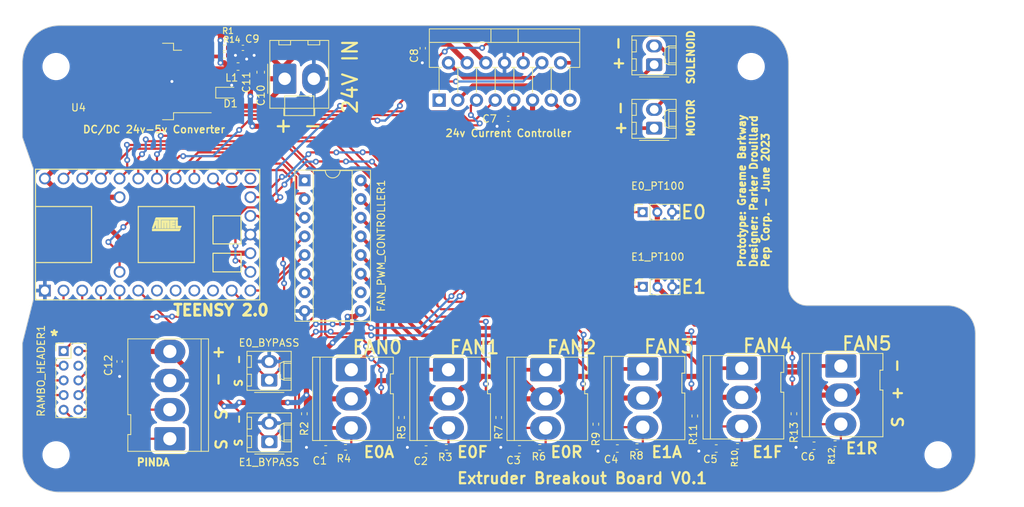
<source format=kicad_pcb>
(kicad_pcb (version 20221018) (generator pcbnew)
  (layers (0 "F.Cu" signal) (31 "B.Cu" power) (34 "B.Paste" user) (35 "F.Paste" user) (36 "B.SilkS" user "B.Silkscreen") (37 "F.SilkS" user "F.Silkscreen") (38 "B.Mask" user) (39 "F.Mask" user) (44 "Edge.Cuts" user))
  (net 0 "")
  (net 1 "GND")
  (net 2 "Net-(C1-Pad2)")
  (net 3 "Net-(C2-Pad2)")
  (net 4 "Net-(C3-Pad2)")
  (net 5 "Net-(C4-Pad2)")
  (net 6 "Net-(C5-Pad2)")
  (net 7 "Net-(C6-Pad2)")
  (net 8 "+5V")
  (net 9 "+24V")
  (net 10 "Net-(C9-Pad2)")
  (net 11 "Net-(D1-K)")
  (net 12 "/THERM0")
  (net 13 "/THERM1")
  (net 14 "FAN_0_PWM")
  (net 15 "FAN_1_PWM")
  (net 16 "FAN_2_PWM")
  (net 17 "FAN_3_PWM")
  (net 18 "FAN_4_PWM")
  (net 19 "FAN_5_PWM")
  (net 22 "FAN_5")
  (net 23 "FAN_4")
  (net 24 "FAN_3")
  (net 25 "FAN_2")
  (net 26 "FAN_1")
  (net 27 "FAN_0")
  (net 28 "TACH_0")
  (net 29 "TACH_1")
  (net 30 "TACH_2")
  (net 31 "TACH_3")
  (net 32 "TACH_4")
  (net 33 "TACH_5")
  (net 34 "/Solenoid+")
  (net 35 "/Solenoid-")
  (net 36 "/Tmotor+")
  (net 37 "/Tmotor-")
  (net 38 "/THERM3")
  (net 39 "/Z_MIN")
  (net 40 "Net-(U4-~{ON}{slash}OFF)")
  (net 41 "SS")
  (net 42 "SCK")
  (net 43 "MOSI")
  (net 44 "MISO")
  (net 45 "RST")
  (net 50 "Motor_Forward_Enable")
  (net 52 "Solenoid_Retract")
  (net 53 "Solenoid_Extend")
  (net 54 "Motor_Reverse_Enable")
  (footprint "MountingHole:MountingHole_3.2mm_M3" (layer "F.Cu") (at 177.8 101.6)
    (fp_text reference "H2" hide)
    (fp_text value "MountingHole")
  )
  (footprint "Resistor_SMD:R_0402_1005Metric" (layer "F.Cu") (at 158.213 96.012 -90)
    (fp_text reference "R13")
    (fp_text value "100")
  )
  (footprint "MountingHole:MountingHole_3.2mm_M3" (layer "F.Cu") (at 57.912 48.768)
    (fp_text reference "H4" hide)
    (fp_text value "MountingHole")
  )
  (footprint "Connector_Molex:Molex_KK-396_5273-03A_1x03_P3.96mm_Vertical" (layer "F.Cu") (at 164.592 89.512 -90)
    (fp_text reference "J6" hide)
    (fp_text value "FAN_5_CONNECTOR")
  )
  (footprint "Capacitor_SMD:C_0402_1005Metric_Pad0.74x0.62mm_HandSolder" (layer "F.Cu") (at 66.548 88.9 -90)
    (fp_text reference "C12")
    (fp_text value "100nF")
  )
  (footprint "Connector_Molex:Molex_KK-396_A-41791-0002_1x02_P3.96mm_Vertical" (layer "F.Cu") (at 88.990596 50.433135)
    (fp_text reference "J7" hide)
    (fp_text value "Conn_01x02_Pin")
  )
  (footprint "Resistor_SMD:R_0402_1005Metric" (layer "F.Cu") (at 131.289 97.434 -90)
    (fp_text reference "R9")
    (fp_text value "100")
  )
  (footprint "Connector_PinSocket_2.00mm:PinSocket_1x03_P2.00mm_Vertical" (layer "F.Cu") (at 137.668 78.74 90)
    (fp_text reference "E1_PT100")
    (fp_text value "Conn_01x03_Socket")
  )
  (footprint "Connector_Molex:Molex_KK-254_AE-6410-02A_1x02_P2.54mm_Vertical" (layer "F.Cu") (at 139.212 48.514 90)
    (fp_text reference "J8" hide)
    (fp_text value "Conn_01x02_Socket")
  )
  (footprint "Connector_PinSocket_2.00mm:PinSocket_1x03_P2.00mm_Vertical" (layer "F.Cu") (at 137.643173 68.58 90)
    (fp_text reference "E0_PT100")
    (fp_text value "Conn_01x03_Socket")
  )
  (footprint "Connector_Molex:Molex_KK-396_5273-04A_1x04_P3.96mm_Vertical" (layer "F.Cu") (at 73.377 99.412 90)
    (fp_text reference "PINDA")
    (fp_text value "Conn_01x04_Pin")
  )
  (footprint "Resistor_SMD:R_0402_1005Metric" (layer "F.Cu") (at 136.877 100.48)
    (fp_text reference "R8")
    (fp_text value "330")
  )
  (footprint "Package_TO_SOT_THT:TO-220-15_P2.54x2.54mm_StaggerOdd_Lead4.58mm_Vertical" (layer "F.Cu") (at 109.982 53.34)
    (fp_text reference "U2" hide)
    (fp_text value "L298N")
  )
  (footprint "Resistor_SMD:R_0402_1005Metric" (layer "F.Cu") (at 163.801 100.076)
    (fp_text reference "R12")
    (fp_text value "330")
  )
  (footprint "Resistor_SMD:R_0402_1005Metric" (layer "F.Cu") (at 118.081 96.522 -90)
    (fp_text reference "R7")
    (fp_text value "100")
  )
  (footprint "Resistor_SMD:R_0402_1005Metric" (layer "F.Cu") (at 104.873 96.518 -90)
    (fp_text reference "R5")
    (fp_text value "100")
  )
  (footprint "teensy.pretty-master:Teensy2.0" (layer "F.Cu") (at 70.358 71.628)
    (fp_text reference "U1" hide)
    (fp_text value "Teensy2.0_(Arduino)")
  )
  (footprint "Capacitor_SMD:C_0603_1608Metric_Pad1.08x0.95mm_HandSolder" (layer "F.Cu") (at 108.209152 100.882107)
    (fp_text reference "C2")
    (fp_text value "10mf")
  )
  (footprint "Connector_PinHeader_2.00mm:PinHeader_2x05_P2.00mm_Vertical" (layer "F.Cu") (at 58.944 87.472)
    (fp_text reference "RAMBO_HEADER1")
    (fp_text value "Conn_02x05_Top_Bottom")
  )
  (footprint "Capacitor_SMD:C_0402_1005Metric_Pad0.74x0.62mm_HandSolder" (layer "F.Cu") (at 83.312 46.228 180)
    (fp_text reference "C9")
    (fp_text value "0.1µF")
  )
  (footprint "Resistor_SMD:R_0402_1005Metric" (layer "F.Cu") (at 97.253 100.584)
    (fp_text reference "R4")
    (fp_text value "330")
  )
  (footprint "Capacitor_SMD:C_0603_1608Metric_Pad1.08x0.95mm_HandSolder" (layer "F.Cu") (at 134.209379 100.742575)
    (fp_text reference "C4")
    (fp_text value "10mf")
  )
  (footprint "Package_DIP:DIP-16_W7.62mm_Socket" (layer "F.Cu") (at 91.704 64.252)
    (fp_text reference "FAN_PWM_CONTROLLER1")
    (fp_text value "ULN2003A")
  )
  (footprint "Resistor_SMD:R_0402_1005Metric" (layer "F.Cu") (at 150.548969 100.443507)
    (fp_text reference "R10")
    (fp_text value "330")
  )
  (footprint "Capacitor_SMD:C_0603_1608Metric_Pad1.08x0.95mm_HandSolder" (layer "F.Cu") (at 160.94443 100.363173)
    (fp_text reference "C6")
    (fp_text value "10mf")
  )
  (footprint "Connector_Molex:Molex_KK-396_5273-03A_1x03_P3.96mm_Vertical" (layer "F.Cu") (at 151.11706 89.813326 -90)
    (fp_text reference "J5" hide)
    (fp_text value "FAN_4_CONNECTOR")
  )
  (footprint "Connector_Molex:Molex_KK-254_AE-6410-02A_1x02_P2.54mm_Vertical" (layer "F.Cu") (at 86.908 99.822 90)
    (fp_text reference "E1_BYPASS")
    (fp_text value "Conn_01x02_Pin")
  )
  (footprint "Diode_SMD:D_0603_1608Metric_Pad1.05x0.95mm_HandSolder" (layer "F.Cu") (at 81.28 52.324)
    (fp_text reference "D1")
    (fp_text value "SK1")
  )
  (footprint "Resistor_SMD:R_0402_1005Metric" (layer "F.Cu") (at 80.774 47.244 180)
    (fp_text reference "R14")
    (fp_text value "47k")
  )
  (footprint "Connector_Molex:Molex_KK-254_AE-6410-02A_1x02_P2.54mm_Vertical" (layer "F.Cu") (at 86.888 91.44 90)
    (fp_text reference "E0_BYPASS")
    (fp_text value "Conn_01x02_Pin")
  )
  (footprint "Package_TO_SOT_SMD:TO-263-5_TabPin3" (layer "F.Cu") (at 69.058 50.8 180)
    (fp_text reference "U4")
    (fp_text value "LM2596S-5")
  )
  (footprint "Capacitor_SMD:C_0603_1608Metric_Pad1.08x0.95mm_HandSolder" (layer "F.Cu") (at 94.565634 100.863783)
    (fp_text reference "C1")
    (fp_text value "10mf")
  )
  (footprint "Capacitor_SMD:C_0603_1608Metric_Pad1.08x0.95mm_HandSolder" (layer "F.Cu") (at 147.653447 100.741697)
    (fp_text reference "C5")
    (fp_text value "10mf")
  )
  (footprint "Resistor_SMD:R_0402_1005Metric" (layer "F.Cu") (at 123.667 100.584)
    (fp_text reference "R6")
    (fp_text value "330")
  )
  (footprint "Connector_Molex:Molex_KK-396_5273-03A_1x03_P3.96mm_Vertical" (layer "F.Cu") (at 98.044 90.02 -90)
    (fp_text reference "J1" hide)
    (fp_text value "FAN_0_CONNECTOR")
  )
  (footprint "Inductor_SMD:L_0402_1005Metric" (layer "F.Cu") (at 80.264 50.292 90)
    (fp_text reference "L1")
    (fp_text value "47µH")
  )
  (footprint "Resistor_SMD:R_0402_1005Metric" (layer "F.Cu") (at 80.772 46.228 180)
    (fp_text reference "R1")
    (fp_text value "47k")
  )
  (footprint "Connector_Molex:Molex_KK-396_5273-03A_1x03_P3.96mm_Vertical" (layer "F.Cu") (at 111.252 90.02 -90)
    (fp_text reference "J2" hide)
    (fp_text value "FAN_1_CONNECTOR")
  )
  (footprint "MountingHole:MountingHole_3.2mm_M3" (layer "F.Cu") (at 57.912 101.6)
    (fp_text reference "H1" hide)
    (fp_text value "MountingHole")
  )
  (footprint "Resistor_SMD:R_0402_1005Metric" (layer "F.Cu") (at 91.665 96.012 -90)
    (fp_text reference "R2")
    (fp_text value "100")
  )
  (footprint "Capacitor_SMD:C_0402_1005Metric_Pad0.74x0.62mm_HandSolder" (layer "F.Cu") (at 107.754723 46.27815 90)
    (fp_text reference "C8")
    (fp_text value "100nF")
  )
  (footprint "MountingHole:MountingHole_3.2mm_M3" (layer "F.Cu") (at 152.4 48.768)
    (fp_text reference "H3" hide)
    (fp_text value "MountingHole")
  )
  (footprint "Capacitor_SMD:C_0603_1608Metric_Pad1.08x0.95mm_HandSolder" (layer "F.Cu") (at 82.6505 48.768)
    (fp_text reference "C11")
    (fp_text value "330µF")
  )
  (footprint "Capacitor_SMD:C_0603_1608Metric_Pad1.08x0.95mm_HandSolder" (layer "F.Cu") (at 85.728248 49.537824 -90)
    (fp_text reference "C10")
    (fp_text value "680µF")
  )
  (footprint "Capacitor_SMD:C_0402_1005Metric_Pad0.74x0.62mm_HandSolder" (layer "F.Cu") (at 119.38 55.88)
    (fp_text reference "C7")
    (fp_text value "100nF")
  )
  (footprint "Resistor_SMD:R_0402_1005Metric" (layer "F.Cu") (at 144.73806 96.313326 -90)
    (fp_text reference "R11")
    (fp_text value "100")
  )
  (footprint "Connector_Molex:Molex_KK-396_5273-03A_1x03_P3.96mm_Vertical" (layer "F.Cu") (at 137.668 89.916 -90)
    (fp_text reference "J4" hide)
    (fp_text value "FAN_3_CONNECTOR")
  )
  (footprint "Capacitor_SMD:C_0603_1608Metric_Pad1.08x0.95mm_HandSolder" (layer "F.Cu") (at 120.907952 100.870952)
    (fp_text reference "C3")
    (fp_text value "10mf")
  )
  (footprint "Resistor_SMD:R_0402_1005Metric" (layer "F.Cu") (at 110.971 100.584)
    (fp_text reference "R3")
    (fp_text value "330")
  )
  (footprint "Connector_Molex:Molex_KK-254_AE-6410-02A_1x02_P2.54mm_Vertical" (layer "F.Cu") (at 139.212 57.15 90)
    (fp_text reference "J9" hide)
    (fp_text value "Conn_01x02_Socket")
  )
  (footprint "Connector_Molex:Molex_KK-396_5273-03A_1x03_P3.96mm_Vertical" (layer "F.Cu") (at 124.46 90.02 -90)
    (fp_text reference "J3" hide)
    (fp_text value "FAN_2_CONNECTOR")
  )
  (gr_line (start 182.88 101.6) (end 182.88 86.36) (stroke (width 0.1)) (layer "Edge.Cuts"))
  (gr_arc (start 152.4 43.18) (mid 155.992102 44.667898) (end 157.48 48.26) (stroke (width 0.1)) (layer "Edge.Cuts"))
  (gr_arc (start 160.02 81.28) (mid 158.223949 80.536051) (end 157.48 78.74) (stroke (width 0.1)) (layer "Edge.Cuts"))
  (gr_line (start 182.88 86.36) (end 182.88 85.09) (stroke (width 0.1)) (layer "Edge.Cuts"))
  (gr_line (start 53.34 48.26) (end 53.34 58.42) (stroke (width 0.1)) (layer "Edge.Cuts"))
  (gr_line (start 152.4 43.18) (end 58.42 43.18) (stroke (width 0.1)) (layer "Edge.Cuts"))
  (gr_line (start 58.42 106.68) (end 177.8 106.68) (stroke (width 0.1)) (layer "Edge.Cuts"))
  (gr_line (start 54.819238 62.665728) (end 53.34 58.42) (stroke (width 0.1)) (layer "Edge.Cuts"))
  (gr_line (start 157.48 78.74) (end 157.48 48.26) (stroke (width 0.1)) (layer "Edge.Cuts"))
  (gr_arc (start 182.88 101.6) (mid 181.392102 105.192102) (end 177.8 106.68) (stroke (width 0.1)) (layer "Edge.Cuts"))
  (gr_arc (start 53.34 48.26) (mid 54.827898 44.667898) (end 58.42 43.18) (stroke (width 0.1)) (layer "Edge.Cuts"))
  (gr_line (start 53.34 86.36) (end 54.819238 80.471372) (stroke (width 0.1)) (layer "Edge.Cuts"))
  (gr_arc (start 179.07 81.28) (mid 181.764077 82.395923) (end 182.88 85.09) (stroke (width 0.1)) (layer "Edge.Cuts"))
  (gr_line (start 179.07 81.28) (end 177.8 81.28) (stroke (width 0.1)) (layer "Edge.Cuts"))
  (gr_line (start 177.8 81.28) (end 160.02 81.28) (stroke (width 0.1)) (layer "Edge.Cuts"))
  (gr_arc (start 58.42 106.68) (mid 54.827898 105.192102) (end 53.34 101.6) (stroke (width 0.1)) (layer "Edge.Cuts"))
  (gr_line (start 54.819238 80.471372) (end 54.819238 62.665728) (stroke (width 0.1)) (layer "Edge.Cuts"))
  (gr_line (start 53.34 101.6) (end 53.34 86.36) (stroke (width 0.1)) (layer "Edge.Cuts"))
  (gr_text "24V IN" (at 99.06 55.372 90) (layer "F.SilkS") (effects (font (size 2 2) (thickness 0.3) bold) (justify left bottom)))
  (gr_text "E0A" (at 99.568 102.108) (layer "F.SilkS") (effects (font (size 1.5 1.5) (thickness 0.3) bold) (justify left bottom)))
  (gr_text "*" (at 56.896 86.36) (layer "F.SilkS") (effects (font (size 1.5 1.5) (thickness 0.3) bold) (justify left bottom)))
  (gr_text "+ -" (at 87.376 57.912) (layer "F.SilkS") (effects (font (size 2 2) (thickness 0.3) bold) (justify left bottom)))
  (gr_text "S" (at 83.312 92.456 90) (layer "F.SilkS") (effects (font (size 1 1) (thickness 0.25) bold) (justify left bottom)))
  (gr_text "-" (at 135.128 46.736 90) (layer "F.SilkS") (effects (font (size 1.5 1.5) (thickness 0.3) bold) (justify left bottom)))
  (gr_text "-" (at 135.43395 55.537499 90) (layer "F.SilkS") (effects (font (size 1.5 1.5) (thickness 0.3) bold) (justify left bottom)))
  (gr_text "FAN5" (at 164.592 87.512) (layer "F.SilkS") (effects (font (size 1.8 1.8) (thickness 0.3) bold) (justify left bottom)))
  (gr_text "-" (at 83.312 89.408 90) (layer "F.SilkS") (effects (font (size 1 1) (thickness 0.25) bold) (justify left bottom)))
  (gr_text "+" (at 133.29805 49.110501) (layer "F.SilkS") (effects (font (size 1.5 1.5) (thickness 0.3) bold) (justify left bottom)))
  (gr_text "+" (at 78.893286 88.414497) (layer "F.SilkS") (effects (font (size 1.5 1.5) (thickness 0.3) bold) (justify left bottom)))
  (gr_text "MOTOR" (at 144.78 58.42 90) (layer "F.SilkS") (effects (font (size 1 1) (thickness 0.25) bold) (justify left bottom)))
  (gr_text "-" (at 83.312 97.536 90) (layer "F.SilkS") (effects (font (size 1 1) (thickness 0.25) bold) (justify left bottom)))
  (gr_text "FAN2" (at 124.46 88.02) (layer "F.SilkS") (effects (font (size 1.8 1.8) (thickness 0.3) bold) (justify left bottom)))
  (gr_text "E1" (at 142.728 79.8) (layer "F.SilkS") (effects (font (size 1.8 1.8) (thickness 0.3) bold) (justify left bottom)))
  (gr_text "SOLENOID" (at 144.78 51.308 90) (layer "F.SilkS") (effects (font (size 1 1) (thickness 0.25) bold) (justify left bottom)))
  (gr_text "E1F" (at 152.4 102.108) (layer "F.SilkS") (effects (font (size 1.5 1.5) (thickness 0.3) bold) (justify left bottom)))
  (gr_text "E0" (at 142.703173 69.64) (layer "F.SilkS") (effects (font (size 1.8 1.8) (thickness 0.3) bold) (justify left bottom)))
  (gr_text "S" (at 173.228 98.044 90) (layer "F.SilkS") (effects (font (size 1.5 1.5) (thickness 0.3) bold) (justify left bottom)))
  (gr_text "S" (at 81.28 97.028 90) (layer "F.SilkS") (effects (font (size 1.5 1.5) (thickness 0.3) bold) (justify left bottom)))
  (gr_text "FAN0" (at 98.044 88.02) (layer "F.SilkS") (effects (font (size 1.8 1.8) (thickness 0.3) bold) (justify left bottom)))
  (gr_text "+" (at 171.196 93.98) (layer "F.SilkS") (effects (font (size 1.5 1.5) (thickness 0.3) bold) (justify left bottom)))
  (gr_text "FAN4" (at 151.11706 87.813326) (layer "F.SilkS") (effects (font (size 1.8 1.8) (thickness 0.3) bold) (justify left bottom)))
  (gr_text "Prototype: Graeme Barkway\nDesigner: Parker Drouillard\nPep Corp. - June 2023" (at 154.94 76.2 90) (layer "F.SilkS") (effects (font (size 1 1) (thickness 0.25) bold) (justify left bottom)))
  (gr_text "S" (at 81.28 101.092 90) (layer "F.SilkS") (effects (font (size 1.5 1.5) (thickness 0.3) bold) (justify left bottom)))
  (gr_text "FAN3" (at 137.668 87.916) (layer "F.SilkS") (effects (font (size 1.8 1.8) (thickness 0.3) bold) (justify left bottom)))
  (gr_text "-" (at 80.772 92.456 90) (layer "F.SilkS") (effects (font (size 1.5 1.5) (thickness 0.3) bold) (justify left bottom)))
  (gr_text "E0R" (at 124.968 102.108) (layer "F.SilkS") (effects (font (size 1.5 1.5) (thickness 0.3) bold) (justify left bottom)))
  (gr_text "FAN1" (at 111.252 88.02) (layer "F.SilkS") (effects (font (size 1.8 1.8) (thickness 0.3) bold) (justify left bottom)))
  (gr_text "-" (at 173.02595 90.589499 90) (layer "F.SilkS") (effects (font (size 1.5 1.5) (thickness 0.3) bold) (justify left bottom)))
  (gr_text "E1A" (at 138.684 102.108) (layer "F.SilkS") (effects (font (size 1.5 1.5) (thickness 0.3) bold) (justify left bottom)))
  (gr_text "+" (at 133.604 57.912) (layer "F.SilkS") (effects (font (size 1.5 1.5) (thickness 0.3) bold) (justify left bottom)))
  (gr_text "TEENSY 2.0" (at 73.66 82.804) (layer "F.SilkS") (effects (font (size 1.5 1.5) (thickness 0.375) bold) (justify left bottom)))
  (gr_text "S" (at 83.312 100.584 90) (layer "F.SilkS") (effects (font (size 1 1) (thickness 0.25) bold) (justify left bottom)))
  (gr_text "Extruder Breakout Board V0.1" (at 112.268 105.664) (layer "F.SilkS") (effects (font (size 1.5 1.5) (thickness 0.3) bold) (justify left bottom)))
  (gr_text "24v Current Controller" (at 110.744 58.42) (layer "F.SilkS") (effects (font (size 1 1) (thickness 0.1875)) (justify left bottom)))
  (gr_text "DC/DC 24v-5v Converter" (at 61.468 57.912) (layer "F.SilkS") (effects (font (size 1 1) (thickness 0.1875)) (justify left bottom)))
  (gr_text "E0F" (at 112.268 102.108) (layer "F.SilkS") (effects (font (size 1.5 1.5) (thickness 0.3) bold) (justify left bottom)))
  (gr_text "E1R" (at 165.1 101.6) (layer "F.SilkS") (effects (font (size 1.5 1.5) (thickness 0.3) bold) (justify left bottom)))
  (segment (start 117.856 56.8365) (end 118.8125 55.88) (width 0.7) (layer "F.Cu") (net 1))
  (segment (start 107.754723 48.201277) (end 107.696 48.26) (width 0.7) (layer "F.Cu") (net 1))
  (segment (start 93.703134 100.863783) (end 92.227783 100.863783) (width 0.3) (layer "F.Cu") (net 1))
  (segment (start 82.155 51.675) (end 81.788 51.308) (width 0.7) (layer "F.Cu") (net 1))
  (segment (start 66.548 89.4675) (end 66.548 90.932) (width 0.7) (layer "F.Cu") (net 1))
  (segment (start 85.728248 48.136248) (end 85.728248 48.675324) (width 0.7) (layer "F.Cu") (net 1))
  (segment (start 133.346879 100.742575) (end 131.921425 100.742575) (width 0.3) (layer "F.Cu") (net 1))
  (segment (start 83.513 48.768) (end 83.513 48.059) (width 0.7) (layer "F.Cu") (net 1))
  (segment (start 145.638303 100.741697) (end 145.288 101.092) (width 0.3) (layer "F.Cu") (net 1))
  (segment (start 76.708 50.8) (end 73.66 50.8) (width 0.7) (layer "F.Cu") (net 1))
  (segment (start 146.790947 100.741697) (end 145.638303 100.741697) (width 0.3) (layer "F.Cu") (net 1))
  (segment (start 84.836 47.244) (end 85.728248 48.136248) (width 0.7) (layer "F.Cu") (net 1))
  (segment (start 107.346652 100.882107) (end 105.962107 100.882107) (width 0.3) (layer "F.Cu") (net 1))
  (segment (start 120.045452 100.870952) (end 118.650952 100.870952) (width 0.3) (layer "F.Cu") (net 1))
  (segment (start 73.66 50.8) (end 72.758 50.8) (width 0.7) (layer "F.Cu") (net 1))
  (segment (start 160.08193 100.363173) (end 158.716827 100.363173) (width 0.3) (layer "F.Cu") (net 1))
  (segment (start 107.754723 46.84565) (end 107.754723 48.201277) (width 0.7) (layer "F.Cu") (net 1))
  (segment (start 92.227783 100.863783) (end 91.948 100.584) (width 0.3) (layer "F.Cu") (net 1))
  (segment (start 105.962107 100.882107) (end 105.664 100.584) (width 0.3) (layer "F.Cu") (net 1))
  (segment (start 81.284 47.244) (end 82.296 47.244) (width 0.3) (layer "F.Cu") (net 1))
  (segment (start 117.856 56.896) (end 117.856 56.8365) (width 0.7) (layer "F.Cu") (net 1))
  (segment (start 82.155 52.324) (end 82.155 51.675) (width 0.7) (layer "F.Cu") (net 1))
  (segment (start 72.758 50.8) (end 69.983 48.025) (width 0.7) (layer "F.Cu") (net 1))
  (segment (start 83.513 48.059) (end 83.82 47.752) (width 0.7) (layer "F.Cu") (net 1))
  (segment (start 118.650952 100.870952) (end 118.364 100.584) (width 0.3) (layer "F.Cu") (net 1))
  (segment (start 131.921425 100.742575) (end 131.572 101.092) (width 0.3) (layer "F.Cu") (net 1))
  (segment (start 158.716827 100.363173) (end 158.496 100.584) (width 0.3) (layer "F.Cu") (net 1))
  (via (at 81.788 51.308) (size 0.8) (drill 0.4) (layers "F.Cu" "B.Cu") (net 1))
  (via (at 82.296 47.244) (size 0.8) (drill 0.4) (layers "F.Cu" "B.Cu") (net 1))
  (via (at 83.82 47.752) (size 0.8) (drill 0.4) (layers "F.Cu" "B.Cu") (net 1))
  (via (at 117.856 56.896) (size 0.8) (drill 0.4) (layers "F.Cu" "B.Cu") (net 1))
  (via (at 158.496 100.584) (size 0.8) (drill 0.4) (layers "F.Cu" "B.Cu") (net 1))
  (via (at 66.548 90.932) (size 0.8) (drill 0.4) (layers "F.Cu" "B.Cu") (net 1))
  (via (at 91.948 100.584) (size 0.8) (drill 0.4) (layers "F.Cu" "B.Cu") (net 1))
  (via (at 145.288 101.092) (size 0.8) (drill 0.4) (layers "F.Cu" "B.Cu") (net 1))
  (via (at 84.836 47.244) (size 0.8) (drill 0.4) (layers "F.Cu" "B.Cu") (net 1))
  (via (at 105.664 100.584) (size 0.8) (drill 0.4) (layers "F.Cu" "B.Cu") (net 1))
  (via (at 107.696 48.26) (size 0.8) (drill 0.4) (layers "F.Cu" "B.Cu") (net 1))
  (via (at 118.364 100.584) (size 0.8) (drill 0.4) (layers "F.Cu" "B.Cu") (net 1))
  (via (at 73.66 50.8) (size 0.8) (drill 0.4) (layers "F.Cu" "B.Cu") (net 1))
  (via (at 131.572 101.092) (size 0.8) (drill 0.4) (layers "F.Cu" "B.Cu") (net 1))
  (segment (start 96.743 100.584) (end 95.707917 100.584) (width 0.3) (layer "F.Cu") (net 2))
  (segment (start 95.707917 100.584) (end 95.428134 100.863783) (width 0.3) (layer "F.Cu") (net 2))
  (segment (start 109.369759 100.584) (end 109.071652 100.882107) (width 0.3) (layer "F.Cu") (net 3))
  (segment (start 110.461 100.584) (end 109.369759 100.584) (width 0.3) (layer "F.Cu") (net 3))
  (segment (start 123.157 100.584) (end 122.057404 100.584) (width 0.3) (layer "F.Cu") (net 4))
  (segment (start 122.057404 100.584) (end 121.770452 100.870952) (width 0.3) (layer "F.Cu") (net 4))
  (segment (start 136.367 100.48) (end 135.334454 100.48) (width 0.3) (layer "F.Cu") (net 5))
  (segment (start 135.334454 100.48) (end 135.071879 100.742575) (width 0.3) (layer "F.Cu") (net 5))
  (segment (start 148.814137 100.443507) (end 148.515947 100.741697) (width 0.3) (layer "F.Cu") (net 6))
  (segment (start 150.038969 100.443507) (end 148.814137 100.443507) (width 0.3) (layer "F.Cu") (net 6))
  (segment (start 163.291 100.076) (end 162.094103 100.076) (width 0.3) (layer "F.Cu") (net 7))
  (segment (start 162.094103 100.076) (end 161.80693 100.363173) (width 0.3) (layer "F.Cu") (net 7))
  (segment (start 80.772 48.26) (end 80.264 48.26) (width 0.7) (layer "F.Cu") (net 8))
  (segment (start 142.372 90.932) (end 139.428 93.876) (width 0.7) (layer "F.Cu") (net 8))
  (segment (start 164.592 93.472) (end 166.352 93.472) (width 0.7) (layer "F.Cu") (net 8))
  (segment (start 126.492 57.912) (end 128.524 59.944) (width 0.7) (layer "F.Cu") (net 8))
  (segment (start 131.457173 59.944) (end 139.643173 68.13) (width 0.7) (layer "F.Cu") (net 8))
  (segment (start 139.643173 68.13) (end 139.643173 68.58) (width 0.7) (layer "F.Cu") (net 8))
  (segment (start 144.748 83.82) (end 165.1 83.82) (width 0.7) (layer "F.Cu") (net 8))
  (segment (start 84.5945 56.896) (end 99.568 56.896) (width 0.7) (layer "F.Cu") (net 8))
  (segment (start 89.408 94.488) (end 82.804 94.488) (width 0.7) (layer "F.Cu") (net 8))
  (segment (start 167.64 86.36) (end 167.64 92.184) (width 0.7) (layer "F.Cu") (net 8))
  (segment (start 98.044 93.98) (end 99.06 93.98) (width 0.5) (layer "F.Cu") (net 8))
  (segment (start 80.264 45.212) (end 80.264 44.704) (width 0.7) (layer "F.Cu") (net 8))
  (segment (start 99.568 56.896) (end 100.584 57.912) (width 0.7) (layer "F.Cu") (net 8))
  (segment (start 134.337 93.777275) (end 131.491725 90.932) (width 0.7) (layer "F.Cu") (net 8))
  (segment (start 80.264 44.704) (end 80.772 44.196) (width 0.7) (layer "F.Cu") (net 8))
  (segment (start 120.113 93.98) (end 124.46 93.98) (width 0.7) (layer "F.Cu") (net 8))
  (segment (start 124.46 93.98) (end 123.952 93.98) (width 0.7) (layer "F.Cu") (net 8))
  (segment (start 131.289 96.924) (end 134.337 93.876) (width 0.7) (layer "F.Cu") (net 8))
  (segment (start 91.948 93.472) (end 92.456 93.98) (width 0.7) (layer "F.Cu") (net 8))
  (segment (start 73.377 87.532) (end 67.3485 87.532) (width 0.7) (layer "F.Cu") (net 8))
  (segment (start 139.643173 68.58) (end 139.643173 78.715173) (width 0.7) (layer "F.Cu") (net 8))
  (segment (start 123.952 93.98) (end 120.904 90.932) (width 0.7) (layer "F.Cu") (net 8))
  (segment (start 121.92 57.912) (end 122.682 57.15) (width 0.7) (layer "F.Cu") (net 8))
  (segment (start 84.328 51.816) (end 80.772 48.26) (width 0.7) (layer "F.Cu") (net 8))
  (segment (start 99.240497 93.98) (end 98.044 93.98) (width 0.7) (layer "F.Cu") (net 8))
  (segment (start 104.427 91.506) (end 101.714497 91.506) (width 0.7) (layer "F.Cu") (net 8))
  (segment (start 111.76 93.98) (end 111.252 93.98) (width 0.5) (layer "F.Cu") (net 8))
  (segment (start 61.976 58.42) (end 61.976 45.212) (width 0.7) (layer "F.Cu") (net 8))
  (segment (start 67.3485 87.532) (end 66.548 88.3325) (width 0.7) (layer "F.Cu") (net 8))
  (segment (start 144.73806 95.803326) (end 146.76806 93.773326) (width 0.7) (layer "F.Cu") (net 8))
  (segment (start 166.352 93.472) (end 167.64 92.184) (width 0.7) (layer "F.Cu") (net 8))
  (segment (start 98.552 82.804) (end 99.324 82.032) (width 0.7) (layer "F.Cu") (net 8))
  (segment (start 61.976 45.212) (end 62.992 44.196) (width 0.7) (layer "F.Cu") (net 8))
  (segment (start 91.948 89.916) (end 95.504 86.36) (width 0.7) (layer "F.Cu") (net 8))
  (segment (start 114.3 92.456) (end 113.127371 92.456) (width 0.7) (layer "F.Cu") (net 8))
  (segment (start 119.888 57.912) (end 120.142 57.658) (width 0.7) (layer "F.Cu") (net 8))
  (segment (start 164.592 93.472) (end 160.243 93.472) (width 0.7) (layer "F.Cu") (net 8))
  (segment (start 152.098674 93.773326) (end 155.5485 90.3235) (width 0.7) (layer "F.Cu") (net 8))
  (segment (start 163.576 93.472) (end 160.4275 90.3235) (width 0.7) (layer "F.Cu") (net 8))
  (segment (start 120.142 57.658) (end 120.142 53.34) (width 0.7) (layer "F.Cu") (net 8))
  (segment (start 118.081 96.012) (end 120.113 93.98) (width 0.7) (layer "F.Cu") (net 8))
  (segment (start 100.584 57.912) (end 119.888 57.912) (width 0.7) (layer "F.Cu") (net 8))
  (segment (start 131.491725 90.932) (end 128.524 90.932) (width 0.7) (layer "F.Cu") (net 8))
  (segment (start 151.11706 93.773326) (end 152.098674 93.773326) (width 0.7) (layer "F.Cu") (net 8))
  (segment (start 60.96 66.548) (end 66.548 66.548) (width 0.7) (layer "F.Cu") (net 8))
  (segment (start 134.337 93.876) (end 137.668 93.876) (width 0.7) (layer "F.Cu") (net 8))
  (segment (start 120.904 90.932) (end 115.824 90.932) (width 0.7) (layer "F.Cu") (net 8))
  (segment (start 119.888 57.912) (end 121.92 57.912) (width 0.7) (layer "F.Cu") (net 8))
  (segment (start 160.4275 90.3235) (end 155.5485 90.3235) (width 0.7) (layer "F.Cu") (net 8))
  (segment (start 73.377 87.532) (end 73.377 87.601) (width 0.7) (layer "F.Cu") (net 8))
  (segment (start 68.58 74.168) (end 84.328 74.168) (width 0.7) (layer "F.Cu") (net 8))
  (segment (start 128.524 59.944) (end 131.457173 59.944) (width 0.7) (layer "F.Cu") (net 8))
  (segment (start 73.377 87.601) (end 80.772 94.996) (width 0.7) (layer "F.Cu") (net 8))
  (segment (start 92.456 93.98) (end 98.044 93.98) (width 0.7) (layer "F.Cu") (net 8))
  (segment (start 164.592 93.472) (end 163.576 93.472) (width 0.7) (layer "F.Cu") (net 8))
  (segment (start 146.76806 93.773326) (end 146.76806 92.41206) (width 0.7) (layer "F.Cu") (net 8))
  (segment (start 76.708 49.1) (end 81.456 49.1) (width 0.7) (layer "F.Cu") (net 8))
  (segment (start 101.714497 91.506) (end 99.240497 93.98) (width 0.7) (layer "F.Cu") (net 8))
  (segment (start 125.476 93.98) (end 128.524 90.932) (width 0.7) (layer "F.Cu") (net 8))
  (segment (start 139.643173 78.715173) (end 139.668 78.74) (width 0.7) (layer "F.Cu") (net 8))
  (segment (start 97.536 82.804) (end 98.552 82.804) (width 0.7) (layer "F.Cu") (net 8))
  (segment (start 111.603371 93.98) (end 111.252 93.98) (width 0.7) (layer "F.Cu") (net 8))
  (segment (start 134.337 93.876) (end 134.337 93.777275) (width 0.7) (layer "F.Cu") (net 8))
  (segment (start 113.127371 92.456) (end 111.603371 93.98) (width 0.7) (layer "F.Cu") (net 8))
  (segment (start 106.901 93.98) (end 104.427 91.506) (width 0.7) (layer "F.Cu") (net 8))
  (segment (start 58.928 66.548) (end 60.96 66.548) (width 0.7) (layer "F.Cu") (net 8))
  (segment (start 106.901 93.98) (end 104.873 96.008) (width 0.7) (layer "F.Cu") (net 8))
  (segment (start 165.1 83.82) (end 167.64 86.36) (width 0.7) (layer "F.Cu") (net 8))
  (segment (start 60.96 66.548) (end 68.58 74.168) (width 0.7) (layer "F.Cu") (net 8))
  (segment (start 111.252 93.98) (end 106.901 93.98) (width 0.7) (layer "F.Cu") (net 8))
  (segment (start 56.388 64.008) (end 61.976 58.42) (width 0.7) (layer "F.Cu") (net 8))
  (segment (start 79.557 49.1) (end 80.264 49.807) (width 0.7) (layer "F.Cu") (net 8))
  (segment (start 91.948 95.219) (end 91.948 93.472) (width 0.7) (layer "F.Cu") (net 8))
  (segment (start 80.772 44.196) (end 81.026 44.45) (width 0.7) (layer "F.Cu") (net 8))
  (segment (start 122.682 57.15) (end 122.682 53.34) (width 0.7) (layer "F.Cu") (net 8))
  (segment (start 112.522 44.45) (end 116.332 48.26) (width 0.7) (layer "F.Cu") (net 8))
  (segment (start 91.948 93.472) (end 91.948 89.916) (width 0.7) (layer "F.Cu") (net 8))
  (segment (start 145.288 90.932) (end 142.372 90.932) (width 0.7) (layer "F.Cu") (net 8))
  (segment (start 146.76806 93.773326) (end 151.11706 93.773326) (width 0.7) (layer "F.Cu") (net 8))
  (segment (start 124.46 93.98) (end 125.476 93.98) (width 0.7) (layer "F.Cu") (net 8))
  (segment (start 81.026 44.45) (end 112.522 44.45) (width 0.7) (layer "F.Cu") (net 8))
  (segment (start 139.668 78.74) (end 144.748 83.82) (width 0.7) (layer "F.Cu") (net 8))
  (segment (start 146.76806 92.41206) (end 145.288 90.932) (width 0.7) (layer "F.Cu") (net 8))
  (segment (start 56.388 64.008) (end 58.928 66.548) (width 0.7) (layer "F.Cu") (net 8))
  (segment (start 160.243 93.472) (end 158.213 95.502) (width 0.7) (layer "F.Cu") (net 8))
  (segment (start 91.665 95.502) (end 91.948 95.219) (width 0.7) (layer "F.Cu") (net 8))
  (segment (start 84.328 52.832) (end 84.328 51.816) (width 0.7) (layer "F.Cu") (net 8))
  (segment (start 121.92 57.912) (end 126.492 57.912) (width 0.7) (layer "F.Cu") (net 8))
  (segment (start 81.456 49.1) (end 81.788 48.768) (width 0.7) (layer "F.Cu") (net 8))
  (segment (start 62.992 44.196) (end 80.772 44.196) (width 0.7) (layer "F.Cu") (net 8))
  (segment (start 76.708 49.1) (end 79.557 49.1) (width 0.7) (layer "F.Cu") (net 8))
  (segment (start 115.824 90.932) (end 114.3 92.456) (width 0.7) (layer "F.Cu") (net 8))
  (via (at 97.536 82.804) (size 0.8) (drill 0.4) (layers "F.Cu" "B.Cu") (net 8))
  (via (at 80.264 45.212) (size 0.8) (drill 0.4) (layers "F.Cu" "B.Cu") (net 8))
  (via (at 84.328 52.832) (size 0.8) (drill 0.4) (layers "F.Cu" "B.Cu") (net 8))
  (via (at 89.408 94.488) (size 0.8) (drill 0.4) (layers "F.Cu" "B.Cu") (net 8))
  (via (at 91.948 93.472) (size 0.8) (drill 0.4) (layers "F.Cu" "B.Cu") (net 8))
  (via (at 82.804 94.488) (size 0.8) (drill 0.4) (layers "F.Cu" "B.Cu") (net 8))
  (via (at 80.264 48.26) (size 0.8) (drill 0.4) (layers "F.Cu" "B.Cu") (net 8))
  (via (at 80.772 94.996) (size 0.8) (drill 0.4) (layers "F.Cu" "B.Cu") (net 8))
  (via (at 84.5945 56.896) (size 0.8) (drill 0.4) (layers "F.Cu" "B.Cu") (net 8))
  (via (at 95.504 86.36) (size 0.8) (drill 0.4) (layers "F.Cu" "B.Cu") (net 8))
  (segment (start 80.264 48.26) (end 80.264 45.212) (width 0.7) (layer "B.Cu") (net 8))
  (segment (start 97.536 84.328) (end 97.536 82.804) (width 0.7) (layer "B.Cu") (net 8))
  (segment (start 80.772 94.996) (end 82.296 94.996) (width 0.7) (layer "B.Cu") (net 8))
  (segment (start 91.948 93.472) (end 90.932 94.488) (width 0.7) (layer "B.Cu") (net 8))
  (segment (start 84.328 56.388) (end 84.5945 56.6545) (width 0.7) (layer "B.Cu") (net 8))
  (segment (start 95.504 86.36) (end 97.536 84.328) (width 0.7) (layer "B.Cu") (net 8))
  (segment (start 84.328 52.832) (end 84.328 56.388) (width 0.7) (layer "B.Cu") (net 8))
  (segment (start 82.296 94.996) (end 82.804 94.488) (width 0.7) (layer "B.Cu") (net 8))
  (segment (start 90.932 94.488) (end 89.408 94.488) (width 0.7) (layer "B.Cu") (net 8))
  (segment (start 84.5945 56.6545) (end 84.5945 56.896) (width 0.7) (layer "B.Cu") (net 8))
  (segment (start 88.990596 50.433135) (end 88.990596 48.677404) (width 0.5) (layer "F.Cu") (net 9))
  (segment (start 107.754723 45.71065) (end 111.24265 45.71065) (width 0.7) (layer "F.Cu") (net 9))
  (segment (start 88.990596 50.433135) (end 88.990596 49.366596) (width 0.7) (layer "F.Cu") (net 9))
  (segment (start 88.990596 51.217404) (end 86.044 54.164) (width 0.7) (layer "F.Cu") (net 9))
  (segment (start 111.24265 45.71065) (end 113.792 48.26) (width 0.7) (layer "F.Cu") (net 9))
  (segment (start 88.990596 49.366596) (end 85.852 46.228) (width 0.7) (layer "F.Cu") (net 9))
  (segment (start 88.990596 48.677404) (end 91.95735 45.71065) (width 0.7) (layer "F.Cu") (net 9))
  (segment (start 88.990596 50.433135) (end 88.990596 51.217404) (width 0.7) (layer "F.Cu") (net 9))
  (segment (start 88.990596 50.433135) (end 85.761059 50.433135) (width 0.7) (layer "F.Cu") (net 9))
  (segment (start 85.852 46.228) (end 83.8795 46.228) (width 0.7) (layer "F.Cu") (net 9))
  (segment (start 88.990596 50.433135) (end 88.990596 49.874596) (width 0.5) (layer "F.Cu") (net 9))
  (segment (start 86.044 54.164) (end 76.744 54.164) (width 0.7) (layer "F.Cu") (net 9))
  (segment (start 85.761059 50.433135) (end 85.728248 50.400324) (width 0.7) (layer "F.Cu") (net 9))
  (segment (start 91.95735 45.71065) (end 107.754723 45.71065) (width 0.7) (layer "F.Cu") (net 9))
  (segment (start 76.744 54.164) (end 76.708 54.2) (width 0.7) (layer "F.Cu") (net 9))
  (segment (start 81.282 46.228) (end 82.7445 46.228) (width 0.5) (layer "F.Cu") (net 10))
  (segment (start 80.264 50.777) (end 80.264 52.183) (width 0.5) (layer "F.Cu") (net 11))
  (segment (start 80.405 52.324) (end 76.884 52.324) (width 0.5) (layer "F.Cu") (net 11))
  (segment (start 76.884 52.324) (end 76.708 52.5) (width 0.5) (layer "F.Cu") (net 11))
  (segment (start 80.264 52.183) (end 80.405 52.324) (width 0.5) (layer "F.Cu") (net 11))
  (segment (start 123.091227 68.58) (end 137.643173 68.58) (width 0.3) (layer "F.Cu") (net 12))
  (segment (start 88.333 88.451) (end 88.333 89.995) (width 0.3) (layer "F.Cu") (net 12))
  (segment (start 86.868 91.44) (end 86.888 91.44) (width 0.3) (layer "F.Cu") (net 12))
  (segment (start 60.944 91.472) (end 63.5 88.916) (width 0.3) (layer "F.Cu") (net 12))
  (segment (start 100.2425 83.82) (end 100.7505 84.328) (width 0.3) (layer "F.Cu") (net 12))
  (segment (start 93.2305 83.82) (end 92.964 83.82) (width 0.3) (layer "F.Cu") (net 12))
  (segment (start 63.5 88.916) (end 63.5 88.392) (width 0.3) (layer "F.Cu") (net 12))
  (segment (start 63.5 88.392) (end 67.564 84.328) (width 0.3) (layer "F.Cu") (net 12))
  (segment (start 95.504 83.82) (end 100.2425 83.82) (width 0.3) (layer "F.Cu") (net 12))
  (segment (start 92.964 83.82) (end 88.333 88.451) (width 0.3) (layer "F.Cu") (net 12))
  (segment (start 111.648727 80.0225) (end 123.091227 68.58) (width 0.3) (layer "F.Cu") (net 12))
  (segment (start 67.564 84.328) (end 79.756 84.328) (width 0.3) (layer "F.Cu") (net 12))
  (segment (start 79.756 84.328) (end 86.868 91.44) (width 0.3) (layer "F.Cu") (net 12))
  (segment (start 88.333 89.995) (end 86.888 91.44) (width 0.3) (layer "F.Cu") (net 12))
  (via (at 95.504 83.82) (size 0.8) (drill 0.4) (layers "F.Cu" "B.Cu") (net 12))
  (via (at 100.7505 84.328) (size 0.8) (drill 0.4) (layers "F.Cu" "B.Cu") (net 12))
  (via (at 111.648727 80.0225) (size 0.8) (drill 0.4) (layers "F.Cu" "B.Cu") (net 12))
  (via (at 93.2305 83.82) (size 0.8) (drill 0.4) (layers "F.Cu" "B.Cu") (net 12))
  (segment (start 100.7505 84.328) (end 107.343227 84.328) (width 0.3) (layer "B.Cu") (net 12))
  (segment (start 95.504 83.82) (end 93.2305 83.82) (width 0.3) (layer "B.Cu") (net 12))
  (segment (start 107.343227 84.328) (end 111.648727 80.0225) (width 0.3) (layer "B.Cu") (net 12))
  (segment (start 67.763106 84.836) (end 65.123553 87.475553) (width 0.3) (layer "F.Cu") (net 13))
  (segment (start 86.908 99.822) (end 79.756 92.67) (width 0.3) (layer "F.Cu") (net 13))
  (segment (start 65.123553 87.475553) (end 65.123553 89.292447) (width 0.3) (layer "F.Cu") (net 13))
  (segment (start 79.756 92.67) (end 79.756 85.344) (width 0.3) (layer "F.Cu") (net 13))
  (segment (start 95.2375 84.836) (end 95.4795 85.078) (width 0.3) (layer "F.Cu") (net 13))
  (segment (start 114.0585 78.74) (end 137.668 78.74) (width 0.3) (layer "F.Cu") (net 13))
  (segment (start 65.123553 89.292447) (end 60.944 93.472) (width 0.3) (layer "F.Cu") (net 13))
  (segment (start 86.908 99.822) (end 90.424 96.306) (width 0.3) (layer "F.Cu") (net 13))
  (segment (start 90.424 87.6425) (end 93.2305 84.836) (width 0.3) (layer "F.Cu") (net 13))
  (segment (start 95.4795 85.078) (end 100.4845 85.078) (width 0.3) (layer "F.Cu") (net 13))
  (segment (start 79.248 84.836) (end 67.763106 84.836) (width 0.3) (layer "F.Cu") (net 13))
  (segment (start 79.756 85.344) (end 79.248 84.836) (width 0.3) (layer "F.Cu") (net 13))
  (segment (start 90.424 88.503183) (end 90.424 87.6425) (width 0.3) (layer "F.Cu") (net 13))
  (segment (start 90.424 96.306) (end 90.424 88.503183) (width 0.3) (layer "F.Cu") (net 13))
  (segment (start 112.776 80.0225) (end 114.0585 78.74) (width 0.3) (layer "F.Cu") (net 13))
  (segment (start 100.4845 85.078) (end 100.7505 85.344) (width 0.3) (layer "F.Cu") (net 13))
  (via (at 93.2305 84.836) (size 0.8) (drill 0.4) (layers "F.Cu" "B.Cu") (net 13))
  (via (at 100.7505 85.344) (size 0.8) (drill 0.4) (layers "F.Cu" "B.Cu") (net 13))
  (via (at 112.776 80.0225) (size 0.8) (drill 0.4) (layers "F.Cu" "B.Cu") (net 13))
  (via (at 95.2375 84.836) (size 0.8) (drill 0.4) (layers "F.Cu" "B.Cu") (net 13))
  (segment (start 100.7505 85.344) (end 107.4545 85.344) (width 0.3) (layer "B.Cu") (net 13))
  (segment (start 93.2305 84.836) (end 95.2375 84.836) (width 0.3) (layer "B.Cu") (net 13))
  (segment (start 107.4545 85.344) (end 112.776 80.0225) (width 0.3) (layer "B.Cu") (net 13))
  (segment (start 88.9 83.82) (end 89.408 84.328) (width 0.3) (layer "F.Cu") (net 14))
  (segment (start 89.408 84.328) (end 91.44 84.328) (width 0.3) (layer "F.Cu") (net 14))
  (segment (start 93.472 78.72) (end 91.704 76.952) (width 0.3) (layer "F.Cu") (net 14))
  (segment (start 93.472 82.296) (end 93.472 78.72) (width 0.3) (layer "F.Cu") (net 14))
  (segment (start 73.66 83.82) (end 88.9 83.82) (width 0.3) (layer "F.Cu") (net 14))
  (segment (start 91.44 84.328) (end 93.472 82.296) (width 0.3) (layer "F.Cu") (net 14))
  (segment (start 69.088 79.248) (end 73.66 83.82) (width 0.3) (layer "F.Cu") (net 14))
  (segment (start 85.344 81.788) (end 86.36 80.772) (width 0.3) (layer "F.Cu") (net 15))
  (segment (start 86.36 79.756) (end 91.704 74.412) (width 0.3) (layer "F.Cu") (net 15))
  (segment (start 81.788 79.248) (end 84.328 81.788) (width 0.3) (layer "F.Cu") (net 15))
  (segment (start 84.328 81.788) (end 85.344 81.788) (width 0.3) (layer "F.Cu") (net 15))
  (segment (start 86.36 80.772) (end 86.36 79.756) (width 0.3) (layer "F.Cu") (net 15))
  (segment (start 89.916 75.492894) (end 89.916 73.66) (width 0.3) (layer "F.Cu") (net 16))
  (segment (start 84.328 79.248) (end 86.160894 79.248) (width 0.3) (layer "F.Cu") (net 16))
  (segment (start 86.160894 79.248) (end 89.916 75.492894) (width 0.3) (layer "F.Cu") (net 16))
  (segment (start 89.916 73.66) (end 91.704 71.872) (width 0.3) (layer "F.Cu") (net 16))
  (segment (start 89.916 64.008) (end 89.916 68.072) (width 0.3) (layer "F.Cu") (net 17))
  (segment (start 91.176 69.332) (end 91.704 69.332) (width 0.3) (layer "F.Cu") (net 17))
  (segment (start 89.916 68.072) (end 91.176 69.332) (width 0.3) (layer "F.Cu") (net 17))
  (segment (start 81.788 64.008) (end 82.938 62.858) (width 0.3) (layer "F.Cu") (net 17))
  (segment (start 88.766 62.858) (end 89.916 64.008) (width 0.3) (layer "F.Cu") (net 17))
  (segment (start 82.938 62.858) (end 88.766 62.858) (width 0.3) (layer "F.Cu") (net 17))
  (segment (start 76.708 61.976) (end 77.724 60.96) (width 0.3) (layer "F.Cu") (net 18))
  (segment (start 90.554 66.04) (end 91.704 66.04) (width 0.3) (layer "F.Cu") (net 18))
  (segment (start 77.724 60.96) (end 80.772 60.96) (width 0.3) (layer "F.Cu") (net 18))
  (segment (start 80.772 60.96) (end 81.788 61.976) (width 0.3) (layer "F.Cu") (net 18))
  (segment (start 88.720894 61.976) (end 90.554 63.809106) (width 0.3) (layer "F.Cu") (net 18))
  (segment (start 90.554 63.809106) (end 90.554 66.04) (width 0.3) (layer "F.Cu") (net 18))
  (segment (start 91.704 66.04) (end 91.704 66.792) (width 0.3) (layer "F.Cu") (net 18))
  (segment (start 81.788 61.976) (end 88.720894 61.976) (width 0.3) (layer "F.Cu") (net 18))
  (segment (start 76.708 64.008) (end 76.708 61.976) (width 0.3) (layer "F.Cu") (net 18))
  (segment (start 87.904 60.452) (end 91.704 64.252) (width 0.3) (layer "F.Cu") (net 19))
  (segment (start 74.168 63.5) (end 77.216 60.452) (width 0.3) (layer "F.Cu") (net 19))
  (segment (start 74.168 64.008) (end 74.168 63.5) (width 0.3) (layer "F.Cu") (net 19))
  (segment (start 77.216 60.452) (end 87.904 60.452) (width 0.3) (layer "F.Cu") (net 19))
  (segment (start 106.68 82.804) (end 106.68 71.608) (width 0.5) (layer "F.Cu") (net 22))
  (segment (start 153.416 86.36) (end 129.54 86.36) (width 0.5) (layer "F.Cu") (net 22))
  (segment (start 106.68 71.608) (end 99.324 64.252) (width 0.5) (layer "F.Cu") (net 22))
  (segment (start 129.54 86.36) (end 127.508 84.328) (width 0.5) (layer "F.Cu") (net 22))
  (segment (start 164.592 89.512) (end 156.568 89.512) (width 0.5) (layer "F.Cu") (net 22))
  (segment (start 108.204 84.328) (end 106.68 82.804) (width 0.5) (layer "F.Cu") (net 22))
  (segment (start 156.568 89.512) (end 153.416 86.36) (width 0.5) (layer "F.Cu") (net 22))
  (segment (start 127.508 84.328) (end 108.204 84.328) (width 0.5) (layer "F.Cu") (net 22))
  (segment (start 127 85.344) (end 107.696 85.344) (width 0.5) (layer "F.Cu") (net 23))
  (segment (start 107.696 85.344) (end 105.664 83.312) (width 0.5) (layer "F.Cu") (net 23))
  (segment (start 105.664 73.132) (end 99.324 66.792) (width 0.5) (layer "F.Cu") (net 23))
  (segment (start 143.256 87.376) (end 129.032 87.376) (width 0.5) (layer "F.Cu") (net 23))
  (segment (start 145.693326 89.813326) (end 143.256 87.376) (width 0.5) (layer "F.Cu") (net 23))
  (segment (start 105.664 83.312) (end 105.664 73.132) (width 0.5) (layer "F.Cu") (net 23))
  (segment (start 129.032 87.376) (end 127 85.344) (width 0.5) (layer "F.Cu") (net 23))
  (segment (start 151.11706 89.813326) (end 145.693326 89.813326) (width 0.5) (layer "F.Cu") (net 23))
  (segment (start 104.648 74.656) (end 99.324 69.332) (width 0.5) (layer "F.Cu") (net 24))
  (segment (start 126.492 86.36) (end 107.188 86.36) (width 0.5) (layer "F.Cu") (net 24))
  (segment (start 104.648 83.82) (end 104.648 74.656) (width 0.5) (layer "F.Cu") (net 24))
  (segment (start 130.048 89.916) (end 126.492 86.36) (width 0.5) (layer "F.Cu") (net 24))
  (segment (start 137.668 89.916) (end 130.048 89.916) (width 0.5) (layer "F.Cu") (net 24))
  (segment (start 107.188 86.36) (end 104.648 83.82) (width 0.5) (layer "F.Cu") (net 24))
  (segment (start 106.68 87.376) (end 103.632 84.328) (width 0.5) (layer "F.Cu") (net 25))
  (segment (start 103.632 76.18) (end 99.324 71.872) (width 0.5) (layer "F.Cu") (net 25))
  (segment (start 114.808 87.376) (end 106.68 87.376) (width 0.5) (layer "F.Cu") (net 25))
  (segment (start 124.46 90.02) (end 117.452 90.02) (width 0.5) (layer "F.Cu") (net 25))
  (segment (start 103.632 84.328) (end 103.632 76.18) (width 0.5) (layer "F.Cu") (net 25))
  (segment (start 117.452 90.02) (end 114.808 87.376) (width 0.5) (layer "F.Cu") (net 25))
  (segment (start 102.616 86.34) (end 102.616 77.704) (width 0.5) (layer "F.Cu") (net 26))
  (segment (start 106.296 90.02) (end 102.616 86.34) (width 0.5) (layer "F.Cu") (net 26))
  (segment (start 102.616 77.704) (end 99.324 74.412) (width 0.5) (layer "F.Cu") (net 26))
  (segment (start 111.252 90.02) (end 106.296 90.02) (width 0.5) (layer "F.Cu") (net 26))
  (segment (start 98.044 90.02) (end 101.6 86.464) (width 0.5) (layer "F.Cu") (net 27))
  (segment (start 101.6 86.464) (end 101.6 79.228) (width 0.5) (layer "F.Cu") (net 27))
  (segment (start 101.6 79.228) (end 99.324 76.952) (width 0.5) (layer "F.Cu") (net 27))
  (segment (start 91.665 96.522) (end 90.932 95.789) (width 0.3) (layer "F.Cu") (net 28))
  (segment (start 98.044 100.303) (end 97.763 100.584) (width 0.3) (layer "F.Cu") (net 28))
  (segment (start 90.932 88.347339) (end 93.98 85.299339) (width 0.3) (layer "F.Cu") (net 28))
  (segment (start 89.696 59.944) (end 68.072 59.944) (width 0.3) (layer "F.Cu") (net 28))
  (segment (start 68.072 59.944) (end 64.008 64.008) (width 0.3) (layer "F.Cu") (net 28))
  (segment (start 98.044 97.94) (end 98.044 100.303) (width 0.3) (layer "F.Cu") (net 28))
  (segment (start 90.932 95.789) (end 90.932 88.347339) (width 0.3) (layer "F.Cu") (net 28))
  (segment (start 93.083 97.94) (end 91.665 96.522) (width 0.5) (layer "F.Cu") (net 28))
  (segment (start 98.044 97.94) (end 93.083 97.94) (width 0.5) (layer "F.Cu") (net 28))
  (segment (start 93.98 85.299339) (end 93.98 64.228) (width 0.3) (layer "F.Cu") (net 28))
  (segment (start 93.98 64.228) (end 89.696 59.944) (width 0.3) (layer "F.Cu") (net 28))
  (segment (start 100.035312 86.319312) (end 99.302 85.586) (width 0.3) (layer "F.Cu") (net 29))
  (segment (start 67.585977 61.489977) (end 67.585977 62.970023) (width 0.3) (layer "F.Cu") (net 29))
  (segment (start 99.302 85.586) (end 94.926839 85.586) (width 0.3) (layer "F.Cu") (net 29))
  (segment (start 67.564 59.436) (end 67.542023 59.414023) (width 0.3) (layer "F.Cu") (net 29))
  (segment (start 94.926839 85.586) (end 94.488 85.147161) (width 0.3) (layer "F.Cu") (net 29))
  (segment (start 94.488 64.028894) (end 89.895106 59.436) (width 0.3) (layer "F.Cu") (net 29))
  (segment (start 102.108 89.813382) (end 100.779997 88.485379) (width 0.3) (layer "F.Cu") (net 29))
  (segment (start 111.252 100.355) (end 111.481 100.584) (width 0.3) (layer "F.Cu") (net 29))
  (segment (start 102.108 90.0825) (end 102.108 89.813382) (width 0.3) (layer "F.Cu") (net 29))
  (segment (start 104.873 97.028) (end 102.108 94.263) (width 0.3) (layer "F.Cu") (net 29))
  (segment (start 111.252 97.94) (end 111.252 100.355) (width 0.3) (layer "F.Cu") (net 29))
  (segment (start 111.252 97.94) (end 105.785 97.94) (width 0.3) (layer "F.Cu") (net 29))
  (segment (start 67.585977 62.970023) (end 66.548 64.008) (width 0.3) (layer "F.Cu") (net 29))
  (segment (start 89.895106 59.436) (end 67.564 59.436) (width 0.3) (layer "F.Cu") (net 29))
  (segment (start 102.108 94.263) (end 102.108 92.456) (width 0.3) (layer "F.Cu") (net 29))
  (segment (start 105.785 97.94) (end 104.873 97.028) (width 0.3) (layer "F.Cu") (net 29))
  (segment (start 100.035312 86.827312) (end 100.035312 86.319312) (width 0.3) (layer "F.Cu") (net 29))
  (segment (start 94.488 85.147161) (end 94.488 64.028894) (width 0.3) (layer "F.Cu") (net 29))
  (via (at 67.542023 59.414023) (size 0.8) (drill 0.4) (layers "F.Cu" "B.Cu") (net 29))
  (via (at 102.108 92.456) (size 0.8) (drill 0.4) (layers "F.Cu" "B.Cu") (net 29))
  (via (at 100.035312 86.827312) (size 0.8) (drill 0.4) (layers "F.Cu" "B.Cu") (net 29))
  (via (at 67.585977 61.489977) (size 0.8) (drill 0.4) (layers "F.Cu" "B.Cu") (net 29))
  (via (at 102.108 90.0825) (size 0.8) (drill 0.4) (layers "F.Cu" "B.Cu") (net 29))
  (via (at 100.779997 88.485379) (size 0.8) (drill 0.4) (layers "F.Cu" "B.Cu") (net 29))
  (segment (start 100.035312 86.827312) (end 100.035312 87.982784) (width 0.3) (layer "B.Cu") (net 29))
  (segment (start 100.756354 88.461736) (end 100.779997 88.485379) (width 0.3) (layer "B.Cu") (net 29))
  (segment (start 67.542023 59.414023) (end 67.564 59.436) (width 0.3) (layer "B.Cu") (net 29))
  (segment (start 102.108 92.456) (end 102.108 90.055472) (width 0.3) (layer "B.Cu") (net 29))
  (segment (start 67.564 59.436) (end 67.564 61.468) (width 0.3) (layer "B.Cu") (net 29))
  (segment (start 102.108 90.055472) (end 102.108 90.0825) (width 0.3) (layer "B.Cu") (net 29))
  (segment (start 100.514264 88.461736) (end 100.756354 88.461736) (width 0.3) (layer "B.Cu") (net 29))
  (segment (start 100.035312 87.982784) (end 100.514264 88.461736) (width 0.3) (layer "B.Cu") (net 29))
  (segment (start 67.564 61.468) (end 67.585977 61.489977) (width 0.3) (layer "B.Cu") (net 29))
  (segment (start 116.332 95.283) (end 116.332 91.948) (width 0.3) (layer "F.Cu") (net 30))
  (segment (start 70.104 58.928) (end 70.104 58.6865) (width 0.3) (layer "F.Cu") (net 30))
  (segment (start 124.46 100.301) (end 124.177 100.584) (width 0.3) (layer "F.Cu") (net 30))
  (segment (start 107.696 71.628) (end 107.188 71.12) (width 0.3) (layer "F.Cu") (net 30))
  (segment (start 70.112 58.936) (end 70.104 58.928) (width 0.3) (layer "F.Cu") (net 30))
  (segment (start 124.46 97.94) (end 118.989 97.94) (width 0.3) (layer "F.Cu") (net 30))
  (segment (start 108.8785 83.4785) (end 107.696 82.296) (width 0.3) (layer "F.Cu") (net 30))
  (segment (start 118.081 97.032) (end 116.332 95.283) (width 0.3) (layer "F.Cu") (net 30))
  (segment (start 95.634346 58.936) (end 70.112 58.936) (width 0.3) (layer "F.Cu") (net 30))
  (segment (start 107.188 71.12) (end 107.188 70.489654) (width 0.3) (layer "F.Cu") (net 30))
  (segment (start 124.46 97.94) (end 124.46 100.301) (width 0.3) (layer "F.Cu") (net 30))
  (segment (start 69.596 60.6935) (end 69.088 61.2015) (width 0.3) (layer "F.Cu") (net 30))
  (segment (start 116.332 83.4785) (end 108.8785 83.4785) (width 0.3) (layer "F.Cu") (net 30))
  (segment (start 118.989 97.94) (end 118.081 97.032) (width 0.3) (layer "F.Cu") (net 30))
  (segment (start 69.088 61.2015) (end 69.088 64.008) (width 0.3) (layer "F.Cu") (net 30))
  (segment (start 107.696 82.296) (end 107.696 71.628) (width 0.3) (layer "F.Cu") (net 30))
  (segment (start 107.188 70.489654) (end 95.634346 58.936) (width 0.3) (layer "F.Cu") (net 30))
  (via (at 69.596 60.6935) (size 0.8) (drill 0.4) (layers "F.Cu" "B.Cu") (net 30))
  (via (at 116.332 91.948) (size 0.8) (drill 0.4) (layers "F.Cu" "B.Cu") (net 30))
  (via (at 116.332 83.4785) (size 0.8) (drill 0.4) (layers "F.Cu" "B.Cu") (net 30))
  (via (at 70.104 58.6865) (size 0.8) (drill 0.4) (layers "F.Cu" "B.Cu") (net 30))
  (segment (start 116.332 91.948) (end 116.332 83.4785) (width 0.3) (layer "B.Cu") (net 30))
  (segment (start 70.104 58.6865) (end 70.104 60.1855) (width 0.3) (layer "B.Cu") (net 30))
  (segment (start 70.104 60.1855) (end 69.596 60.6935) (width 0.3) (layer "B.Cu") (net 30))
  (segment (start 114.8835 82.7285) (end 114.808 82.804) (width 0.3) (layer "F.Cu") (net 31))
  (segment (start 137.668 100.199) (end 137.387 100.48) (width 0.3) (layer "F.Cu") (net 31))
  (segment (start 114.808 82.804) (end 109.728 82.804) (width 0.3) (layer "F.Cu") (net 31))
  (segment (start 109.728 82.804) (end 108.712 81.788) (width 0.3) (layer "F.Cu") (net 31))
  (segment (start 129.54 96.195) (end 129.54 91.948) (width 0.3) (layer "F.Cu") (net 31))
  (segment (start 137.668 97.836) (end 131.397 97.836) (width 0.3) (layer "F.Cu") (net 31))
  (segment (start 71.628 60.6935) (end 71.628 64.008) (width 0.3) (layer "F.Cu") (net 31))
  (segment (start 131.289 97.944) (end 129.54 96.195) (width 0.3) (layer "F.Cu") (net 31))
  (segment (start 108.712 81.788) (end 108.712 70.612) (width 0.3) (layer "F.Cu") (net 31))
  (segment (start 127.109876 82.7285) (end 114.8835 82.7285) (width 0.3) (layer "F.Cu") (net 31))
  (segment (start 137.668 97.836) (end 137.668 100.199) (width 0.3) (layer "F.Cu") (net 31))
  (segment (start 89.916 58.436) (end 89.6665 58.1865) (width 0.3) (layer "F.Cu") (net 31))
  (segment (start 89.6665 58.1865) (end 72.136 58.1865) (width 0.3) (layer "F.Cu") (net 31))
  (segment (start 131.397 97.836) (end 131.289 97.944) (width 0.3) (layer "F.Cu") (net 31))
  (segment (start 96.536 58.436) (end 89.916 58.436) (width 0.3) (layer "F.Cu") (net 31))
  (segment (start 106.68 68.58) (end 96.536 58.436) (width 0.3) (layer "F.Cu") (net 31))
  (segment (start 108.712 70.612) (end 106.68 68.58) (width 0.3) (layer "F.Cu") (net 31))
  (segment (start 129.632688 85.251312) (end 127.109876 82.7285) (width 0.3) (layer "F.Cu") (net 31))
  (via (at 71.628 60.6935) (size 0.8) (drill 0.4) (layers "F.Cu" "B.Cu") (net 31))
  (via (at 72.136 58.1865) (size 0.8) (drill 0.4) (layers "F.Cu" "B.Cu") (net 31))
  (via (at 129.632688 85.251312) (size 0.8) (drill 0.4) (layers "F.Cu" "B.Cu") (net 31))
  (via (at 129.54 91.948) (size 0.8) (drill 0.4) (layers "F.Cu" "B.Cu") (net 31))
  (segment (start 72.136 58.1865) (end 72.136 60.1855) (width 0.3) (layer "B.Cu") (net 31))
  (segment (start 72.136 60.1855) (end 71.628 60.6935) (width 0.3) (layer "B.Cu") (net 31))
  (segment (start 129.54 85.344) (end 129.632688 85.251312) (width 0.3) (layer "B.Cu") (net 31))
  (segment (start 129.54 91.948) (end 129.54 85.344) (width 0.3) (layer "B.Cu") (net 31))
  (segment (start 131.772 85.036) (end 144.272 85.036) (width 0.3) (layer "F.Cu") (net 32))
  (segment (start 92.21353 60.69447) (end 92.456 60.452) (width 0.3) (layer "F.Cu") (net 32))
  (segment (start 143.256 94.996) (end 143.256 96.52) (width 0.3) (layer "F.Cu") (net 32))
  (segment (start 151.11706 100.385416) (end 151.058969 100.443507) (width 0.3) (layer "F.Cu") (net 32))
  (segment (start 144.272 93.98) (end 143.256 94.996) (width 0.3) (layer "F.Cu") (net 32))
  (segment (start 145.64806 97.733326) (end 144.73806 96.823326) (width 0.3) (layer "F.Cu") (net 32))
  (segment (start 88.624023 63.775977) (end 87.242 65.158) (width 0.3) (layer "F.Cu") (net 32))
  (segment (start 143.559326 96.823326) (end 144.73806 96.823326) (width 0.3) (layer "F.Cu") (net 32))
  (segment (start 151.11706 97.733326) (end 151.11706 100.385416) (width 0.3) (layer "F.Cu") (net 32))
  (segment (start 110.744 80.264) (end 111.252 80.772) (width 0.3) (layer "F.Cu") (net 32))
  (segment (start 111.252 80.772) (end 127.508 80.772) (width 0.3) (layer "F.Cu") (net 32))
  (segment (start 144.272 85.036) (end 144.272 84.7865) (width 0.3) (layer "F.Cu") (net 32))
  (segment (start 92.456 60.452) (end 96.012 60.452) (width 0.3) (layer "F.Cu") (net 32))
  (segment (start 87.242 65.158) (end 80.398 65.158) (width 0.3) (layer "F.Cu") (net 32))
  (segment (start 127.508 80.772) (end 131.772 85.036) (width 0.3) (layer "F.Cu") (net 32))
  (segment (start 110.744 70.523385) (end 110.744 80.264) (width 0.3) (layer "F.Cu") (net 32))
  (segment (start 151.11706 97.733326) (end 145.64806 97.733326) (width 0.3) (layer "F.Cu") (net 32))
  (segment (start 144.272 91.948) (end 144.272 93.98) (width 0.3) (layer "F.Cu") (net 32))
  (segment (start 99.589977 60.430023) (end 100.650638 60.430023) (width 0.3) (layer "F.Cu") (net 32))
  (segment (start 100.650638 60.430023) (end 110.744 70.523385) (width 0.3) (layer "F.Cu") (net 32))
  (segment (start 80.398 65.158) (end 79.248 64.008) (width 0.3) (layer "F.Cu") (net 32))
  (segment (start 143.256 96.52) (end 143.559326 96.823326) (width 0.3) (layer "F.Cu") (net 32))
  (via (at 92.21353 60.69447) (size 0.8) (drill 0.4) (layers "F.Cu" "B.Cu") (net 32))
  (via (at 144.272 91.948) (size 0.8) (drill 0.4) (layers "F.Cu" "B.Cu") (net 32))
  (via (at 144.272 84.7865) (size 0.8) (drill 0.4) (layers "F.Cu" "B.Cu") (net 32))
  (via (at 88.624023 63.775977) (size 0.8) (drill 0.4) (layers "F.Cu" "B.Cu") (net 32))
  (via (at 96.012 60.452) (size 0.8) (drill 0.4) (layers "F.Cu" "B.Cu") (net 32))
  (via (at 99.589977 60.430023) (size 0.8) (drill 0.4) (layers "F.Cu" "B.Cu") (net 32))
  (segment (start 88.624023 63.775977) (end 89.132023 63.775977) (width 0.3) (layer "B.Cu") (net 32))
  (segment (start 144.272 84.7865) (end 144.272 91.44) (width 0.3) (layer "B.Cu") (net 32))
  (segment (start 96.012 60.452) (end 99.568 60.452) (width 0.3) (layer "B.Cu") (net 32))
  (segment (start 89.132023 63.775977) (end 92.21353 60.69447) (width 0.3) (layer "B.Cu") (net 32))
  (segment (start 99.568 60.452) (end 99.589977 60.430023) (width 0.3) (layer "B.Cu") (net 32))
  (segment (start 144.272 91.44) (end 144.272 91.948) (width 0.3) (layer "B.Cu") (net 32))
  (segment (start 157.988 93.98) (end 157.48 94.488) (width 0.3) (layer "F.Cu") (net 33))
  (segment (start 93.257196 61.682804) (end 97.321196 61.682804) (width 0.3) (layer "F.Cu") (net 33))
  (segment (start 164.592 99.795) (end 164.311 100.076) (width 0.3) (layer "F.Cu") (net 33))
  (segment (start 164.592 97.432) (end 164.592 99.795) (width 0.3) (layer "F.Cu") (net 33))
  (segment (start 110.236 81.788) (end 127.508 81.788) (width 0.3) (layer "F.Cu") (net 33))
  (segment (start 93.22953 61.71047) (end 93.257196 61.682804) (width 0.3) (layer "F.Cu") (net 33))
  (segment (start 87.234088 66.548) (end 84.328 66.548) (width 0.3) (layer "F.Cu") (net 33))
  (segment (start 127.508 81.788) (end 131.256 85.536) (width 0.3) (layer "F.Cu") (net 33))
  (segment (start 109.728 81.28) (end 110.236 81.788) (width 0.3) (layer "F.Cu") (net 33))
  (segment (start 131.256 85.536) (end 156.656 85.536) (width 0.3) (layer "F.Cu") (net 33))
  (segment (start 157.988 86.868) (end 157.988 88.392) (width 0.3) (layer "F.Cu") (net 33))
  (segment (start 100.859977 61.700023) (end 109.728 70.568046) (width 0.3) (layer "F.Cu") (net 33))
  (segment (start 156.656 85.536) (end 157.988 86.868) (width 0.3) (layer "F.Cu") (net 33))
  (segment (start 157.48 94.488) (end 157.48 95.789) (width 0.3) (layer "F.Cu") (net 33))
  (segment (start 109.728 70.568046) (end 109.728 81.28) (width 0.3) (layer "F.Cu") (net 33))
  (segment (start 159.123 97.432) (end 164.592 97.432) (width 0.3) (layer "F.Cu") (net 33))
  (segment (start 157.48 95.789) (end 158.213 96.522) (width 0.3) (layer "F.Cu") (net 33))
  (segment (start 157.988 91.2735) (end 157.988 93.98) (width 0.3) (layer "F.Cu") (net 33))
  (segment (start 88.956044 64.826044) (end 87.234088 66.548) (width 0.3) (layer "F.Cu") (net 33))
  (segment (start 158.213 96.522) (end 159.123 97.432) (width 0.3) (layer "F.Cu") (net 33))
  (via (at 100.859977 61.700023) (size 0.8) (drill 0.4) (layers "F.Cu" "B.Cu") (net 33))
  (via (at 157.988 88.392) (size 0.8) (drill 0.4) (layers "F.Cu" "B.Cu") (net 33))
  (via (at 97.321196 61.682804) (size 0.8) (drill 0.4) (layers "F.Cu" "B.Cu") (net 33))
  (via (at 88.956044 64.826044) (size 0.8) (drill 0.4) (layers "F.Cu" "B.Cu") (net 33))
  (via (at 157.988 91.2735) (size 0.8) (drill 0.4) (layers "F.Cu" "B.Cu") (net 33))
  (via (at 93.22953 61.71047) (size 0.8) (drill 0.4) (layers "F.Cu" "B.Cu") (net 33))
  (segment (start 157.988 88.392) (end 157.988 91.2735) (width 0.3) (layer "B.Cu") (net 33))
  (segment (start 97.338415 61.700023) (end 100.859977 61.700023) (width 0.3) (layer "B.Cu") (net 33))
  (segment (start 97.321196 61.682804) (end 97.338415 61.700023) (width 0.3) (layer "B.Cu") (net 33))
  (segment (start 88.956044 64.699956) (end 91.94553 61.71047) (width 0.3) (layer "B.Cu") (net 33))
  (segment (start 88.956044 64.826044) (end 88.956044 64.699956) (width 0.3) (layer "B.Cu") (net 33))
  (segment (start 91.94553 61.71047) (end 93.22953 61.71047) (width 0.3) (layer "B.Cu") (net 33))
  (segment (start 111.252 48.26) (end 113.284 50.292) (width 0.5) (layer "F.Cu") (net 34))
  (segment (start 137.434 50.292) (end 139.212 48.514) (width 0.5) (layer "F.Cu") (net 34))
  (segment (start 113.284 50.292) (end 137.434 50.292) (width 0.5) (layer "F.Cu") (net 34))
  (segment (start 114.554 51.308) (end 140.208 51.308) (width 0.5) (layer "F.Cu") (net 35))
  (segment (start 139.954 45.974) (end 139.212 45.974) (width 0.5) (layer "F.Cu") (net 35))
  (segment (start 112.522 53.34) (end 114.554 51.308) (width 0.5) (layer "F.Cu") (net 35))
  (segment (start 141.224 50.292) (end 141.224 47.244) (width 0.5) (layer "F.Cu") (net 35))
  (segment (start 140.208 51.308) (end 141.224 50.292) (width 0.5) (layer "F.Cu") (net 35))
  (segment (start 141.224 47.244) (end 139.954 45.974) (width 0.5) (layer "F.Cu") (net 35))
  (segment (start 129.032 57.15) (end 139.212 57.15) (width 0.5) (layer "F.Cu") (net 36))
  (segment (start 125.222 53.34) (end 129.032 57.15) (width 0.5) (layer "F.Cu") (net 36))
  (segment (start 142.24 45.212) (end 142.24 51.582) (width 0.5) (layer "F.Cu") (net 37))
  (segment (start 141.478 44.45) (end 142.24 45.212) (width 0.5) (layer "F.Cu") (net 37))
  (segment (start 126.492 48.26) (end 131.064 48.26) (width 0.5) (layer "F.Cu") (net 37))
  (segment (start 142.24 51.582) (end 139.212 54.61) (width 0.5) (layer "F.Cu") (net 37))
  (segment (start 134.874 44.45) (end 141.478 44.45) (width 0.5) (layer "F.Cu") (net 37))
  (segment (start 131.064 48.26) (end 134.874 44.45) (width 0.5) (layer "F.Cu") (net 37))
  (segment (start 73.377 99.412) (end 62.328 99.412) (width 0.3) (layer "F.Cu") (net 38))
  (segment (start 62.328 99.412) (end 60.452 97.536) (width 0.3) (layer "F.Cu") (net 38))
  (segment (start 60.452 96.98) (end 58.944 95.472) (width 0.3) (layer "F.Cu") (net 38))
  (segment (start 60.452 97.536) (end 60.452 96.98) (width 0.3) (layer "F.Cu") (net 38))
  (segment (start 60.964 95.452) (end 60.944 95.472) (width 0.3) (layer "F.Cu") (net 39))
  (segment (start 73.377 95.452) (end 60.964 95.452) (width 0.3) (layer "F.Cu") (net 39))
  (segment (start 80.108 47.4) (end 80.264 47.244) (width 0.5) (layer "F.Cu") (net 40))
  (segment (start 80.264 47.244) (end 80.264 46.23) (width 0.5) (layer "F.Cu") (net 40))
  (segment (start 76.708 47.4) (end 80.108 47.4) (width 0.5) (layer "F.Cu") (net 40))
  (segment (start 80.264 46.23) (end 80.262 46.228) (width 0.5) (layer "F.Cu") (net 40))
  (segment (start 55.88 84.836) (end 55.88 92.964) (width 0.3) (layer "F.Cu") (net 41))
  (segment (start 55.88 92.964) (end 56.388 93.472) (width 0.3) (layer "F.Cu") (net 41))
  (segment (start 58.928 81.788) (end 55.88 84.836) (width 0.3) (layer "F.Cu") (net 41))
  (segment (start 56.388 93.472) (end 58.944 93.472) (width 0.3) (layer "F.Cu") (net 41))
  (segment (start 58.928 79.248) (end 58.928 81.788) (width 0.3) (layer "F.Cu") (net 41))
  (segment (start 59.944 83.312) (end 58.42 83.312) (width 0.3) (layer "F.Cu") (net 42))
  (segment (start 56.388 85.344) (end 56.388 90.424) (width 0.3) (layer "F.Cu") (net 42))
  (segment (start 61.468 81.788) (end 59.944 83.312) (width 0.3) (layer "F.Cu") (net 42))
  (segment (start 58.42 83.312) (end 56.388 85.344) (width 0.3) (layer "F.Cu") (net 42))
  (segment (start 61.468 79.248) (end 61.468 81.788) (width 0.3) (layer "F.Cu") (net 42))
  (segment (start 56.388 90.424) (end 57.436 91.472) (width 0.3) (layer "F.Cu") (net 42))
  (segment (start 57.436 91.472) (end 58.944 91.472) (width 0.3) (layer "F.Cu") (net 42))
  (segment (start 64.008 81.788) (end 60.452 85.344) (width 0.3) (layer "F.Cu") (net 43))
  (segment (start 56.896 88.392) (end 57.976 89.472) (width 0.3) (layer "F.Cu") (net 43))
  (segment (start 57.976 89.472) (end 58.944 89.472) (width 0.3) (layer "F.Cu") (net 43))
  (segment (start 56.896 86.36) (end 56.896 88.392) (width 0.3) (layer "F.Cu") (net 43))
  (segment (start 64.008 79.248) (end 64.008 81.788) (width 0.3) (layer "F.Cu") (net 43))
  (segment (start 60.452 85.344) (end 57.912 85.344) (width 0.3) (layer "F.Cu") (net 43))
  (segment (start 57.912 85.344) (end 56.896 86.36) (width 0.3) (layer "F.Cu") (net 43))
  (segment (start 66.548 79.248) (end 66.548 81.788) (width 0.3) (layer "F.Cu") (net 44))
  (segment (start 60.572 85.844) (end 58.944 87.472) (width 0.3) (layer "F.Cu") (net 44))
  (segment (start 66.548 81.788) (end 62.492 85.844) (width 0.3) (layer "F.Cu") (net 44))
  (segment (start 62.492 85.844) (end 60.572 85.844) (width 0.3) (layer "F.Cu") (net 44))
  (segment (start 60.944 87.472) (end 62.896 87.472) (width 0.3) (layer "F.Cu") (net 45))
  (segment (start 88.910989 80.253011) (end 88.910989 78.264966) (width 0.3) (layer "F.Cu") (net 45))
  (segment (start 67.542023 82.825977) (end 71.606023 82.825977) (width 0.3) (layer "F.Cu") (net 45))
  (segment (start 73.681977 82.782023) (end 73.703954 82.804) (width 0.3) (layer "F.Cu") (net 45))
  (segment (start 85.344 69.088) (end 84.328 69.088) (width 0.3) (layer "F.Cu") (net 45))
  (segment (start 88.77847 72.52247) (end 85.344 69.088) (width 0.3) (layer "F.Cu") (net 45))
  (segment (start 86.36 82.804) (end 88.910989 80.253011) (width 0.3) (layer "F.Cu") (net 45))
  (segment (start 62.896 87.472) (end 67.542023 82.825977) (width 0.3) (layer "F.Cu") (net 45))
  (segment (start 73.703954 82.804) (end 86.36 82.804) (width 0.3) (layer "F.Cu") (net 45))
  (segment (start 88.77847 75.57047) (end 88.77847 72.52247) (width 0.3) (layer "F.Cu") (net 45))
  (via (at 71.606023 82.825977) (size 0.8) (drill 0.4) (layers "F.Cu" "B.Cu") (net 45))
  (via (at 88.77847 75.57047) (size 0.8) (drill 0.4) (layers "F.Cu" "B.Cu") (net 45))
  (via (at 73.681977 82.782023) (size 0.8) (drill 0.4) (layers "F.Cu" "B.Cu") (net 45))
  (via (at 88.910989 78.264966) (size 0.8) (drill 0.4) (layers "F.Cu" "B.Cu") (net 45))
  (segment (start 88.9 75.692) (end 88.9 78.253977) (width 0.3) (layer "B.Cu") (net 45))
  (segment (start 71.649977 82.782023) (end 71.606023 82.825977) (width 0.3) (layer "B.Cu") (net 45))
  (segment (start 73.681977 82.782023) (end 71.649977 82.782023) (width 0.3) (layer "B.Cu") (net 45))
  (segment (start 88.9 78.253977) (end 88.910989 78.264966) (width 0.3) (layer "B.Cu") (net 45))
  (segment (start 88.77847 75.57047) (end 88.9 75.692) (width 0.3) (layer "B.Cu") (net 45))
  (segment (start 82.804 75.184) (end 82.296 75.184) (width 0.3) (layer "F.Cu") (net 50))
  (segment (start 96.52 54.1145) (end 103.208972 54.1145) (width 0.3) (layer "F.Cu") (net 50))
  (segment (start 84.328 76.708) (end 82.804 75.184) (width 0.3) (layer "F.Cu") (net 50))
  (segment (start 116.332 45.72) (end 120.396 45.72) (width 0.3) (layer "F.Cu") (net 50))
  (segment (start 120.396 45.72) (end 121.412 46.736) (width 0.3) (layer "F.Cu") (net 50))
  (segment (start 103.208972 54.1145) (end 110.587472 46.736) (width 0.3) (layer "F.Cu") (net 50))
  (segment (start 82.296 72.136) (end 82.296 69.493654) (width 0.3) (layer "F.Cu") (net 50))
  (segment (start 82.296 72.644) (end 82.296 72.136) (width 0.3) (layer "F.Cu") (net 50))
  (segment (start 121.412 46.736) (end 121.412 48.26) (width 0.3) (layer "F.Cu") (net 50))
  (segment (start 83.851654 67.938) (end 87.002 67.938) (width 0.3) (layer "F.Cu") (net 50))
  (segment (start 110.587472 46.736) (end 110.744 46.736) (width 0.3) (layer "F.Cu") (net 50))
  (segment (start 82.296 69.493654) (end 83.851654 67.938) (width 0.3) (layer "F.Cu") (net 50))
  (segment (start 87.002 67.938) (end 88.392 66.548) (width 0.3) (layer "F.Cu") (net 50))
  (segment (start 82.296 73.152) (end 82.296 72.136) (width 0.3) (layer "F.Cu") (net 50))
  (segment (start 115.824 46.228) (end 116.332 45.72) (width 0.3) (layer "F.Cu") (net 50))
  (via (at 82.296 75.184) (size 0.8) (drill 0.4) (layers "F.Cu" "B.Cu") (net 50))
  (via (at 82.296 73.152) (size 0.8) (drill 0.4) (layers "F.Cu" "B.Cu") (net 50))
  (via (at 110.744 46.736) (size 0.8) (drill 0.4) (layers "F.Cu" "B.Cu") (net 50))
  (via (at 88.392 66.548) (size 0.8) (drill 0.4) (layers "F.Cu" "B.Cu") (net 50))
  (via (at 96.52 54.1145) (size 0.8) (drill 0.4) (layers "F.Cu" "B.Cu") (net 50))
  (via (at 115.824 46.228) (size 0.8) (drill 0.4) (layers "F.Cu" "B.Cu") (net 50))
  (segment (start 110.744 46.736) (end 111.252 46.228) (width 0.3) (layer "B.Cu") (net 50))
  (segment (start 82.296 75.184) (end 82.296 73.152) (width 0.3) (layer "B.Cu") (net 50))
  (segment (start 111.252 46.228) (end 115.824 46.228) (width 0.3) (layer "B.Cu") (net 50))
  (segment (start 87.874023 62.760477) (end 96.52 54.1145) (width 0.3) (layer "B.Cu") (net 50))
  (segment (start 88.392 66.548) (end 87.874023 66.030023) (width 0.3) (layer "B.Cu") (net 50))
  (segment (start 87.874023 66.030023) (end 87.874023 62.760477) (width 0.3) (layer "B.Cu") (net 50))
  (segment (start 82.296 55.372) (end 112.532233 55.372) (width 0.3) (layer "F.Cu") (net 52))
  (segment (start 114.3 54.102) (end 115.062 53.34) (width 0.3) (layer "F.Cu") (net 52))
  (segment (start 68.072 57.404) (end 79.756 57.404) (width 0.3) (layer "F.Cu") (net 52))
  (segment (start 61.468 64.008) (end 68.072 57.404) (width 0.3) (layer "F.Cu") (net 52))
  (segment (start 113.924117 56.763883) (end 115.238072 56.763883) (width 0.3) (layer "F.Cu") (net 52))
  (segment (start 115.238072 56.763883) (end 115.50312 56.498835) (width 0.3) (layer "F.Cu") (net 52))
  (segment (start 79.756 57.404) (end 80.264 57.404) (width 0.3) (layer "F.Cu") (net 52))
  (segment (start 114.3 55.372) (end 114.3 54.102) (width 0.3) (layer "F.Cu") (net 52))
  (segment (start 80.264 57.404) (end 82.296 55.372) (width 0.3) (layer "F.Cu") (net 52))
  (segment (start 112.532233 55.372) (end 113.924117 56.763883) (width 0.3) (layer "F.Cu") (net 52))
  (via (at 115.50312 56.498835) (size 0.8) (drill 0.4) (layers "F.Cu" "B.Cu") (net 52))
  (via (at 114.3 55.372) (size 0.8) (drill 0.4) (layers "F.Cu" "B.Cu") (net 52))
  (segment (start 115.426835 56.498835) (end 115.50312 56.498835) (width 0.3) (layer "B.Cu") (net 52))
  (segment (start 115.316 56.388) (end 115.426835 56.498835) (width 0.3) (layer "B.Cu") (net 52))
  (segment (start 115.316 56.388) (end 114.3 55.372) (width 0.3) (layer "B.Cu") (net 52))
  (segment (start 81.788 54.864) (end 112.731339 54.864) (width 0.3) (layer "F.Cu") (net 53))
  (segment (start 112.731339 54.864) (end 113.989339 56.122) (width 0.3) (layer "F.Cu") (net 53))
  (segment (start 80.102 56.55) (end 81.788 54.864) (width 0.3) (layer "F.Cu") (net 53))
  (segment (start 66.386 56.55) (end 80.102 56.55) (width 0.3) (layer "F.Cu") (net 53))
  (segment (start 58.928 64.008) (end 66.386 56.55) (width 0.3) (layer "F.Cu") (net 53))
  (segment (start 114.82 56.122) (end 117.602 53.34) (width 0.3) (layer "F.Cu") (net 53))
  (segment (start 113.989339 56.122) (end 114.82 56.122) (width 0.3) (layer "F.Cu") (net 53))
  (segment (start 101.6 55.88) (end 101.6 56.1215) (width 0.3) (layer "F.Cu") (net 54))
  (segment (start 74.676 60.96) (end 75.184 60.96) (width 0.3) (layer "F.Cu") (net 54))
  (segment (start 104.648 54.1145) (end 104.648 53.734923) (width 0.3) (layer "F.Cu") (net 54))
  (segment (start 73.018 62.618) (end 74.676 60.96) (width 0.3) (layer "F.Cu") (net 54))
  (segment (start 107.582923 50.8) (end 112.268 50.8) (width 0.3) (layer "F.Cu") (net 54))
  (segment (start 82.804 57.404) (end 84.328 55.88) (width 0.3) (layer "F.Cu") (net 54))
  (segment (start 67.056 70.612) (end 73.018 64.65) (width 0.3) (layer "F.Cu") (net 54))
  (segment (start 73.018 64.65) (end 73.018 62.618) (width 0.3) (layer "F.Cu") (net 54))
  (segment (start 66.548 76.708) (end 66.548 74.168) (width 0.3) (layer "F.Cu") (net 54))
  (segment (start 84.328 55.88) (end 101.6 55.88) (width 0.3) (layer "F.Cu") (net 54))
  (segment (start 104.648 53.734923) (end 107.582923 50.8) (width 0.3) (layer "F.Cu") (net 54))
  (segment (start 66.548 74.168) (end 65.024 72.644) (width 0.3) (layer "F.Cu") (net 54))
  (via (at 82.804 57.404) (size 0.8) (drill 0.4) (layers "F.Cu" "B.Cu") (net 54))
  (via (at 112.268 50.8) (size 0.8) (drill 0.4) (layers "F.Cu" "B.Cu") (net 54))
  (via (at 101.6 56.1215) (size 0.8) (drill 0.4) (layers "F.Cu" "B.Cu") (net 54))
  (via (at 65.024 72.644) (size 0.8) (drill 0.4) (layers "F.Cu" "B.Cu") (net 54))
  (via (at 67.056 70.612) (size 0.8) (drill 0.4) (layers "F.Cu" "B.Cu") (net 54))
  (via (at 75.184 60.96) (size 0.8) (drill 0.4) (layers "F.Cu" "B.Cu") (net 54))
  (via (at 104.648 54.1145) (size 0.8) (drill 0.4) (layers "F.Cu" "B.Cu") (net 54))
  (segment (start 104.648 54.1145) (end 102.641 56.1215) (width 0.3) (layer "B.Cu") (net 54))
  (segment (start 102.641 56.1215) (end 101.6 56.1215) (width 0.3) (layer "B.Cu") (net 54))
  (segment (start 65.024 72.644) (end 67.056 70.612) (width 0.3) (layer "B.Cu") (net 54))
  (segment (start 121.412 50.8) (end 123.952 48.26) (width 0.3) (layer "B.Cu") (net 54))
  (segment (start 112.268 50.8) (end 121.412 50.8) (width 0.3) (layer "B.Cu") (net 54))
  (segment (start 75.184 60.96) (end 79.248 60.96) (width 0.3) (layer "B.Cu") (net 54))
  (segment (start 79.248 60.96) (end 82.804 57.404) (width 0.3) (layer "B.Cu") (net 54))
  (zone (net 1) (net_name "GND") (layer "B.Cu") (connect_pads (clearance 0.5)) (min_thickness 0.25) (fill yes (thermal_gap 0.5) (thermal_bridge_width 0.5))
    (polygon (pts (xy 50.292 108.712) (xy 50.8 40.64) (xy 189.484 40.64) (xy 189.484 108.712)))
  )
)
</source>
